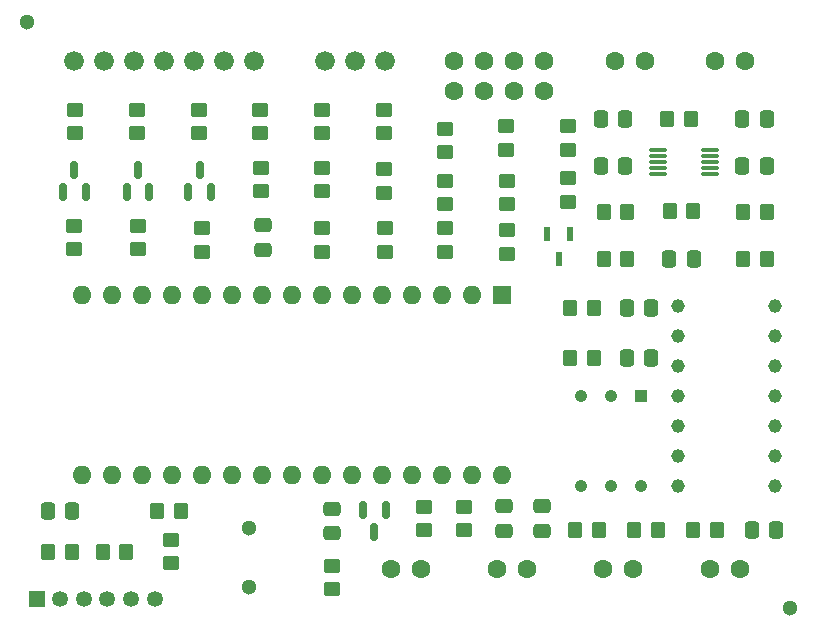
<source format=gbr>
%TF.GenerationSoftware,KiCad,Pcbnew,9.0.6-9.0.6~ubuntu24.04.1*%
%TF.CreationDate,2025-12-27T17:06:47+01:00*%
%TF.ProjectId,controller_board,636f6e74-726f-46c6-9c65-725f626f6172,rev?*%
%TF.SameCoordinates,Original*%
%TF.FileFunction,Soldermask,Top*%
%TF.FilePolarity,Negative*%
%FSLAX46Y46*%
G04 Gerber Fmt 4.6, Leading zero omitted, Abs format (unit mm)*
G04 Created by KiCad (PCBNEW 9.0.6-9.0.6~ubuntu24.04.1) date 2025-12-27 17:06:47*
%MOMM*%
%LPD*%
G01*
G04 APERTURE LIST*
G04 Aperture macros list*
%AMRoundRect*
0 Rectangle with rounded corners*
0 $1 Rounding radius*
0 $2 $3 $4 $5 $6 $7 $8 $9 X,Y pos of 4 corners*
0 Add a 4 corners polygon primitive as box body*
4,1,4,$2,$3,$4,$5,$6,$7,$8,$9,$2,$3,0*
0 Add four circle primitives for the rounded corners*
1,1,$1+$1,$2,$3*
1,1,$1+$1,$4,$5*
1,1,$1+$1,$6,$7*
1,1,$1+$1,$8,$9*
0 Add four rect primitives between the rounded corners*
20,1,$1+$1,$2,$3,$4,$5,0*
20,1,$1+$1,$4,$5,$6,$7,0*
20,1,$1+$1,$6,$7,$8,$9,0*
20,1,$1+$1,$8,$9,$2,$3,0*%
G04 Aperture macros list end*
%ADD10RoundRect,0.250000X-0.450000X0.350000X-0.450000X-0.350000X0.450000X-0.350000X0.450000X0.350000X0*%
%ADD11RoundRect,0.250000X-0.350000X-0.450000X0.350000X-0.450000X0.350000X0.450000X-0.350000X0.450000X0*%
%ADD12C,1.600000*%
%ADD13RoundRect,0.250000X0.350000X0.450000X-0.350000X0.450000X-0.350000X-0.450000X0.350000X-0.450000X0*%
%ADD14RoundRect,0.250000X-0.475000X0.337500X-0.475000X-0.337500X0.475000X-0.337500X0.475000X0.337500X0*%
%ADD15RoundRect,0.250000X-0.337500X-0.475000X0.337500X-0.475000X0.337500X0.475000X-0.337500X0.475000X0*%
%ADD16RoundRect,0.250000X0.475000X-0.337500X0.475000X0.337500X-0.475000X0.337500X-0.475000X-0.337500X0*%
%ADD17C,1.168400*%
%ADD18C,1.676400*%
%ADD19RoundRect,0.250000X0.450000X-0.350000X0.450000X0.350000X-0.450000X0.350000X-0.450000X-0.350000X0*%
%ADD20R,1.350000X1.350000*%
%ADD21C,1.350000*%
%ADD22C,1.300000*%
%ADD23RoundRect,0.250000X0.337500X0.475000X-0.337500X0.475000X-0.337500X-0.475000X0.337500X-0.475000X0*%
%ADD24R,1.070000X1.070000*%
%ADD25C,1.070000*%
%ADD26RoundRect,0.150000X0.150000X-0.587500X0.150000X0.587500X-0.150000X0.587500X-0.150000X-0.587500X0*%
%ADD27R,0.600000X1.250000*%
%ADD28RoundRect,0.075000X0.650000X0.075000X-0.650000X0.075000X-0.650000X-0.075000X0.650000X-0.075000X0*%
%ADD29RoundRect,0.150000X-0.150000X0.587500X-0.150000X-0.587500X0.150000X-0.587500X0.150000X0.587500X0*%
%ADD30R,1.600000X1.600000*%
%ADD31O,1.600000X1.600000*%
G04 APERTURE END LIST*
D10*
%TO.C,R11*%
X106600000Y-82600000D03*
X106600000Y-84600000D03*
%TD*%
D11*
%TO.C,R13*%
X120000000Y-81266667D03*
X122000000Y-81266667D03*
%TD*%
D12*
%TO.C,CN5*%
X111000000Y-111500000D03*
X113540000Y-111500000D03*
%TD*%
D13*
%TO.C,R3*%
X124600000Y-108200000D03*
X122600000Y-108200000D03*
%TD*%
D11*
%TO.C,R25*%
X82200000Y-106600000D03*
X84200000Y-106600000D03*
%TD*%
D14*
%TO.C,C10*%
X97000000Y-106362500D03*
X97000000Y-108437500D03*
%TD*%
D10*
%TO.C,R40*%
X90950000Y-72600000D03*
X90950000Y-74600000D03*
%TD*%
D11*
%TO.C,R12*%
X120000000Y-85200000D03*
X122000000Y-85200000D03*
%TD*%
D15*
%TO.C,C1*%
X131762500Y-73400000D03*
X133837500Y-73400000D03*
%TD*%
D10*
%TO.C,R37*%
X101400000Y-72600000D03*
X101400000Y-74600000D03*
%TD*%
D16*
%TO.C,C3*%
X91200000Y-84437500D03*
X91200000Y-82362500D03*
%TD*%
D17*
%TO.C,U2*%
X134527500Y-104420000D03*
X134527500Y-101880000D03*
X134527500Y-99340000D03*
X134527500Y-96800000D03*
X134527500Y-94260000D03*
X134527500Y-91720000D03*
X134527500Y-89180000D03*
X126272500Y-89180000D03*
X126272500Y-91720000D03*
X126272500Y-94260000D03*
X126272500Y-96800000D03*
X126272500Y-99340000D03*
X126272500Y-101880000D03*
X126272500Y-104420000D03*
%TD*%
D16*
%TO.C,C11*%
X114800000Y-108237500D03*
X114800000Y-106162500D03*
%TD*%
D18*
%TO.C,J5*%
X75150000Y-68500000D03*
X77690000Y-68500000D03*
X80230000Y-68500000D03*
X82770000Y-68500000D03*
X85310000Y-68500000D03*
X87850000Y-68500000D03*
X90390000Y-68500000D03*
%TD*%
D10*
%TO.C,R35*%
X85725000Y-72600000D03*
X85725000Y-74600000D03*
%TD*%
D12*
%TO.C,CN6*%
X115000000Y-68499999D03*
X112460000Y-68499999D03*
X109920000Y-68499999D03*
X107380000Y-68499999D03*
X115000000Y-71039999D03*
X112460000Y-71039999D03*
X109920000Y-71039999D03*
X107380000Y-71039999D03*
%TD*%
D19*
%TO.C,R17*%
X106550000Y-76200000D03*
X106550000Y-74200000D03*
%TD*%
D20*
%TO.C,J2*%
X72000000Y-114000000D03*
D21*
X74000000Y-114000000D03*
X76000000Y-114000000D03*
X78000000Y-114000000D03*
X80000000Y-114000000D03*
X82000000Y-114000000D03*
%TD*%
D22*
%TO.C,REF\u002A\u002A*%
X135800000Y-114800000D03*
%TD*%
D10*
%TO.C,R22*%
X117000000Y-78400000D03*
X117000000Y-80400000D03*
%TD*%
%TO.C,R14*%
X96200000Y-72600000D03*
X96200000Y-74600000D03*
%TD*%
D12*
%TO.C,CN7*%
X102000000Y-111500000D03*
X104540000Y-111500000D03*
%TD*%
D10*
%TO.C,R6*%
X96200000Y-82600000D03*
X96200000Y-84600000D03*
%TD*%
D19*
%TO.C,R19*%
X111775000Y-76000000D03*
X111775000Y-74000000D03*
%TD*%
D13*
%TO.C,R26*%
X79600000Y-110000000D03*
X77600000Y-110000000D03*
%TD*%
D10*
%TO.C,R34*%
X80600000Y-82400000D03*
X80600000Y-84400000D03*
%TD*%
D23*
%TO.C,C9*%
X121837500Y-73400000D03*
X119762500Y-73400000D03*
%TD*%
D24*
%TO.C,IC1*%
X123140000Y-96790000D03*
D25*
X120600000Y-96790000D03*
X118060000Y-96790000D03*
X118060000Y-104410000D03*
X120600000Y-104410000D03*
X123140000Y-104410000D03*
%TD*%
D10*
%TO.C,R36*%
X86000000Y-82600000D03*
X86000000Y-84600000D03*
%TD*%
D22*
%TO.C,U3*%
X90000000Y-108000000D03*
X90000000Y-113000000D03*
%TD*%
D10*
%TO.C,R18*%
X106600000Y-78600000D03*
X106600000Y-80600000D03*
%TD*%
D11*
%TO.C,R32*%
X131800000Y-85200000D03*
X133800000Y-85200000D03*
%TD*%
D10*
%TO.C,R9*%
X83400000Y-109000000D03*
X83400000Y-111000000D03*
%TD*%
D15*
%TO.C,C4*%
X121962500Y-89400000D03*
X124037500Y-89400000D03*
%TD*%
D22*
%TO.C,REF\u002A\u002A*%
X71200000Y-65200000D03*
%TD*%
D12*
%TO.C,CN4*%
X123500000Y-68499999D03*
X120960000Y-68499999D03*
%TD*%
D13*
%TO.C,R7*%
X119600000Y-108200000D03*
X117600000Y-108200000D03*
%TD*%
D15*
%TO.C,C13*%
X125562500Y-85200000D03*
X127637500Y-85200000D03*
%TD*%
D11*
%TO.C,R2*%
X125400000Y-73400000D03*
X127400000Y-73400000D03*
%TD*%
D18*
%TO.C,J4*%
X101500000Y-68500000D03*
X98960000Y-68500000D03*
X96420000Y-68500000D03*
%TD*%
D15*
%TO.C,C2*%
X131762500Y-77333333D03*
X133837500Y-77333333D03*
%TD*%
D26*
%TO.C,Q3*%
X84850000Y-79537500D03*
X86750000Y-79537500D03*
X85800000Y-77662500D03*
%TD*%
D27*
%TO.C,IC2*%
X117150000Y-83150000D03*
X115250000Y-83150000D03*
X116200000Y-85250000D03*
%TD*%
D26*
%TO.C,Q1*%
X79650000Y-79537500D03*
X81550000Y-79537500D03*
X80600000Y-77662500D03*
%TD*%
D15*
%TO.C,C8*%
X132562500Y-108200000D03*
X134637500Y-108200000D03*
%TD*%
D11*
%TO.C,R27*%
X117200000Y-89400000D03*
X119200000Y-89400000D03*
%TD*%
D10*
%TO.C,R33*%
X80500000Y-72600000D03*
X80500000Y-74600000D03*
%TD*%
D14*
%TO.C,C12*%
X111600000Y-106162500D03*
X111600000Y-108237500D03*
%TD*%
D15*
%TO.C,C6*%
X121962500Y-93600000D03*
X124037500Y-93600000D03*
%TD*%
D13*
%TO.C,R16*%
X129600000Y-108200000D03*
X127600000Y-108200000D03*
%TD*%
D23*
%TO.C,C7*%
X75037500Y-106600000D03*
X72962500Y-106600000D03*
%TD*%
D10*
%TO.C,R28*%
X96200000Y-77500000D03*
X96200000Y-79500000D03*
%TD*%
D12*
%TO.C,CN2*%
X132000000Y-68500000D03*
X129460000Y-68500000D03*
%TD*%
D13*
%TO.C,R10*%
X75000000Y-110000000D03*
X73000000Y-110000000D03*
%TD*%
D19*
%TO.C,R29*%
X97000000Y-113200000D03*
X97000000Y-111200000D03*
%TD*%
%TO.C,R23*%
X108200000Y-108200000D03*
X108200000Y-106200000D03*
%TD*%
%TO.C,R8*%
X111800000Y-84800000D03*
X111800000Y-82800000D03*
%TD*%
D10*
%TO.C,R38*%
X75275000Y-72600000D03*
X75275000Y-74600000D03*
%TD*%
D23*
%TO.C,C5*%
X121837500Y-77333333D03*
X119762500Y-77333333D03*
%TD*%
D28*
%TO.C,U1*%
X129000000Y-78000000D03*
X129000000Y-77500000D03*
X129000000Y-77000000D03*
X129000000Y-76500000D03*
X129000000Y-76000000D03*
X124600000Y-76000000D03*
X124600000Y-76500000D03*
X124600000Y-77000000D03*
X124600000Y-77500000D03*
X124600000Y-78000000D03*
%TD*%
D12*
%TO.C,CN1*%
X119960000Y-111500000D03*
X122500000Y-111500000D03*
%TD*%
D19*
%TO.C,R5*%
X101500000Y-84600000D03*
X101500000Y-82600000D03*
%TD*%
D26*
%TO.C,Q4*%
X74250000Y-79537500D03*
X76150000Y-79537500D03*
X75200000Y-77662500D03*
%TD*%
D11*
%TO.C,R4*%
X131800000Y-81266667D03*
X133800000Y-81266667D03*
%TD*%
D29*
%TO.C,Q2*%
X101550000Y-106462500D03*
X99650000Y-106462500D03*
X100600000Y-108337500D03*
%TD*%
D10*
%TO.C,R30*%
X91000000Y-77500000D03*
X91000000Y-79500000D03*
%TD*%
%TO.C,R39*%
X75200000Y-82400000D03*
X75200000Y-84400000D03*
%TD*%
D11*
%TO.C,R31*%
X125600000Y-81200000D03*
X127600000Y-81200000D03*
%TD*%
D13*
%TO.C,R15*%
X119200000Y-93600000D03*
X117200000Y-93600000D03*
%TD*%
D10*
%TO.C,R24*%
X104800000Y-106200000D03*
X104800000Y-108200000D03*
%TD*%
D19*
%TO.C,R21*%
X117000000Y-76000000D03*
X117000000Y-74000000D03*
%TD*%
D30*
%TO.C,A1*%
X111400000Y-88260000D03*
D31*
X108860000Y-88260000D03*
X106320000Y-88260000D03*
X103780000Y-88260000D03*
X101240000Y-88260000D03*
X98700000Y-88260000D03*
X96160000Y-88260000D03*
X93620000Y-88260000D03*
X91080000Y-88260000D03*
X88540000Y-88260000D03*
X86000000Y-88260000D03*
X83460000Y-88260000D03*
X80920000Y-88260000D03*
X78380000Y-88260000D03*
X75840000Y-88260000D03*
X75840000Y-103500000D03*
X78380000Y-103500000D03*
X80920000Y-103500000D03*
X83460000Y-103500000D03*
X86000000Y-103500000D03*
X88540000Y-103500000D03*
X91080000Y-103500000D03*
X93620000Y-103500000D03*
X96160000Y-103500000D03*
X98700000Y-103500000D03*
X101240000Y-103500000D03*
X103780000Y-103500000D03*
X106320000Y-103500000D03*
X108860000Y-103500000D03*
X111400000Y-103500000D03*
%TD*%
D19*
%TO.C,R1*%
X101400000Y-79600000D03*
X101400000Y-77600000D03*
%TD*%
D12*
%TO.C,CN3*%
X129000000Y-111500000D03*
X131540000Y-111500000D03*
%TD*%
D19*
%TO.C,R20*%
X111800000Y-80600000D03*
X111800000Y-78600000D03*
%TD*%
M02*

</source>
